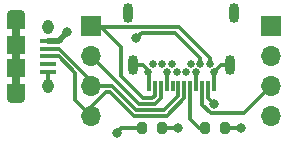
<source format=gbr>
%TF.GenerationSoftware,KiCad,Pcbnew,(6.0.0)*%
%TF.CreationDate,2022-07-25T11:20:30-04:00*%
%TF.ProjectId,dual_model_u,6475616c-5f6d-46f6-9465-6c5f752e6b69,rev?*%
%TF.SameCoordinates,Original*%
%TF.FileFunction,Copper,L1,Top*%
%TF.FilePolarity,Positive*%
%FSLAX46Y46*%
G04 Gerber Fmt 4.6, Leading zero omitted, Abs format (unit mm)*
G04 Created by KiCad (PCBNEW (6.0.0)) date 2022-07-25 11:20:30*
%MOMM*%
%LPD*%
G01*
G04 APERTURE LIST*
G04 Aperture macros list*
%AMRoundRect*
0 Rectangle with rounded corners*
0 $1 Rounding radius*
0 $2 $3 $4 $5 $6 $7 $8 $9 X,Y pos of 4 corners*
0 Add a 4 corners polygon primitive as box body*
4,1,4,$2,$3,$4,$5,$6,$7,$8,$9,$2,$3,0*
0 Add four circle primitives for the rounded corners*
1,1,$1+$1,$2,$3*
1,1,$1+$1,$4,$5*
1,1,$1+$1,$6,$7*
1,1,$1+$1,$8,$9*
0 Add four rect primitives between the rounded corners*
20,1,$1+$1,$2,$3,$4,$5,0*
20,1,$1+$1,$4,$5,$6,$7,0*
20,1,$1+$1,$6,$7,$8,$9,0*
20,1,$1+$1,$8,$9,$2,$3,0*%
G04 Aperture macros list end*
%TA.AperFunction,SMDPad,CuDef*%
%ADD10RoundRect,0.200000X-0.200000X-0.275000X0.200000X-0.275000X0.200000X0.275000X-0.200000X0.275000X0*%
%TD*%
%TA.AperFunction,SMDPad,CuDef*%
%ADD11R,0.300000X0.900000*%
%TD*%
%TA.AperFunction,ComponentPad*%
%ADD12C,0.640000*%
%TD*%
%TA.AperFunction,ComponentPad*%
%ADD13O,0.850000X1.700000*%
%TD*%
%TA.AperFunction,SMDPad,CuDef*%
%ADD14R,1.350000X0.400000*%
%TD*%
%TA.AperFunction,ComponentPad*%
%ADD15O,0.950000X1.250000*%
%TD*%
%TA.AperFunction,SMDPad,CuDef*%
%ADD16R,1.550000X1.500000*%
%TD*%
%TA.AperFunction,SMDPad,CuDef*%
%ADD17R,1.550000X1.200000*%
%TD*%
%TA.AperFunction,ComponentPad*%
%ADD18O,1.550000X0.890000*%
%TD*%
%TA.AperFunction,ComponentPad*%
%ADD19R,1.700000X1.700000*%
%TD*%
%TA.AperFunction,ComponentPad*%
%ADD20O,1.700000X1.700000*%
%TD*%
%TA.AperFunction,SMDPad,CuDef*%
%ADD21RoundRect,0.200000X0.200000X0.275000X-0.200000X0.275000X-0.200000X-0.275000X0.200000X-0.275000X0*%
%TD*%
%TA.AperFunction,ViaPad*%
%ADD22C,0.800000*%
%TD*%
%TA.AperFunction,Conductor*%
%ADD23C,0.300000*%
%TD*%
%TA.AperFunction,Conductor*%
%ADD24C,0.700000*%
%TD*%
%TA.AperFunction,Conductor*%
%ADD25C,0.500000*%
%TD*%
G04 APERTURE END LIST*
D10*
%TO.P,R1,1*%
%TO.N,Net-(J1-PadA5)*%
X162052000Y-115316000D03*
%TO.P,R1,2*%
%TO.N,GND*%
X163702000Y-115316000D03*
%TD*%
D11*
%TO.P,J1,A1,GND*%
%TO.N,GND*%
X162770245Y-111732847D03*
%TO.P,J1,A2,TX1+*%
%TO.N,+3V3*%
X162270245Y-111732847D03*
%TO.P,J1,A3,TX1-*%
%TO.N,TX-*%
X161770245Y-111732847D03*
%TO.P,J1,A4,VBUS*%
%TO.N,VBUS*%
X161270245Y-111732847D03*
%TO.P,J1,A5,CC1*%
%TO.N,Net-(J1-PadA5)*%
X160770245Y-111732847D03*
%TO.P,J1,A6,D+*%
%TO.N,D+*%
X160270245Y-111732847D03*
%TO.P,J1,A7,D-*%
%TO.N,D-*%
X159770245Y-111732847D03*
%TO.P,J1,A8,SBU1*%
%TO.N,unconnected-(J1-PadA8)*%
X159270245Y-111732847D03*
%TO.P,J1,A9,VBUS*%
%TO.N,VBUS*%
X158770245Y-111732847D03*
%TO.P,J1,A10,RX2-*%
%TO.N,RX-*%
X158270245Y-111732847D03*
%TO.P,J1,A11,RX2+*%
%TO.N,DATA*%
X157770245Y-111732847D03*
%TO.P,J1,A12,GND*%
%TO.N,GND*%
X157270245Y-111732847D03*
D12*
%TO.P,J1,B1,GND*%
X157220245Y-110522847D03*
%TO.P,J1,B2,TX2+*%
%TO.N,+3V3*%
X157620245Y-109822847D03*
%TO.P,J1,B3,TX2-*%
%TO.N,TX-*%
X158420245Y-109822847D03*
%TO.P,J1,B4,VBUS*%
%TO.N,VBUS*%
X158820245Y-110522847D03*
%TO.P,J1,B5,CC2*%
%TO.N,Net-(J1-PadB5)*%
X159220245Y-109822847D03*
%TO.P,J1,B6,D+*%
%TO.N,D+*%
X159620245Y-110522847D03*
%TO.P,J1,B7,D-*%
%TO.N,D-*%
X160420245Y-110522847D03*
%TO.P,J1,B8,SBU2*%
%TO.N,unconnected-(J1-PadB8)*%
X160820245Y-109822847D03*
%TO.P,J1,B9,VBUS*%
%TO.N,VBUS*%
X161220245Y-110522847D03*
%TO.P,J1,B10,RX1-*%
%TO.N,RX-*%
X161620245Y-109822847D03*
%TO.P,J1,B11,RX1+*%
%TO.N,DATA*%
X162420245Y-109822847D03*
%TO.P,J1,B12,GND*%
%TO.N,GND*%
X162820245Y-110522847D03*
D13*
%TO.P,J1,S1,SHIELD*%
X155900245Y-109932847D03*
X164140245Y-109932847D03*
X155540245Y-105532847D03*
X164510245Y-105532847D03*
%TD*%
D14*
%TO.P,J2,1,VBUS*%
%TO.N,VBUS*%
X148720000Y-107920000D03*
%TO.P,J2,2,D-*%
%TO.N,D-*%
X148720000Y-108570000D03*
%TO.P,J2,3,D+*%
%TO.N,D+*%
X148720000Y-109220000D03*
%TO.P,J2,4,ID*%
%TO.N,unconnected-(J2-Pad4)*%
X148720000Y-109870000D03*
%TO.P,J2,5,GND*%
%TO.N,GND*%
X148720000Y-110520000D03*
D15*
%TO.P,J2,6,Shield*%
X148720000Y-106720000D03*
D16*
X146020000Y-108220000D03*
D17*
X146020000Y-112120000D03*
D15*
X148720000Y-111720000D03*
D18*
X146020000Y-112720000D03*
D17*
X146020000Y-106320000D03*
D18*
X146020000Y-105720000D03*
D16*
X146020000Y-110220000D03*
%TD*%
D19*
%TO.P,J4,1,Pin_1*%
%TO.N,DATA*%
X152400000Y-106680000D03*
D20*
%TO.P,J4,2,Pin_2*%
%TO.N,RX-*%
X152400000Y-109220000D03*
%TO.P,J4,3,Pin_3*%
%TO.N,D-*%
X152400000Y-111760000D03*
%TO.P,J4,4,Pin_4*%
%TO.N,D+*%
X152400000Y-114300000D03*
%TD*%
D19*
%TO.P,J3,1,Pin_1*%
%TO.N,GND*%
X167640000Y-106680000D03*
D20*
%TO.P,J3,2,Pin_2*%
%TO.N,+3V3*%
X167640000Y-109220000D03*
%TO.P,J3,3,Pin_3*%
%TO.N,TX-*%
X167640000Y-111760000D03*
%TO.P,J3,4,Pin_4*%
%TO.N,VBUS*%
X167640000Y-114300000D03*
%TD*%
D21*
%TO.P,R2,1*%
%TO.N,GND*%
X158368000Y-115316000D03*
%TO.P,R2,2*%
%TO.N,Net-(J1-PadB5)*%
X156718000Y-115316000D03*
%TD*%
D22*
%TO.N,GND*%
X165100000Y-115316000D03*
X159766000Y-115316000D03*
%TO.N,VBUS*%
X150368000Y-107188000D03*
%TO.N,+3V3*%
X162814000Y-113284000D03*
%TO.N,RX-*%
X156210000Y-107696000D03*
%TO.N,Net-(J1-PadB5)*%
X154533600Y-115697000D03*
%TD*%
D23*
%TO.N,TX-*%
X165354000Y-114046000D02*
X167640000Y-111760000D01*
X161770000Y-113299970D02*
X162516030Y-114046000D01*
X161770000Y-111760000D02*
X161770000Y-113299970D01*
X162516030Y-114046000D02*
X165354000Y-114046000D01*
%TO.N,GND*%
X157270000Y-111760000D02*
X157270000Y-110600000D01*
X163410000Y-109960000D02*
X164140000Y-109960000D01*
X162770000Y-110600000D02*
X162820000Y-110550000D01*
X157270000Y-110446833D02*
X156783167Y-109960000D01*
D24*
X146020000Y-106320000D02*
X146020000Y-112120000D01*
D23*
X157270000Y-111760000D02*
X157270000Y-110446833D01*
X148720000Y-110520000D02*
X148720000Y-111720000D01*
X157270000Y-110600000D02*
X157220000Y-110550000D01*
X159512000Y-115316000D02*
X159766000Y-115316000D01*
X156783167Y-109960000D02*
X155900000Y-109960000D01*
X158368000Y-115316000D02*
X159512000Y-115316000D01*
X162770000Y-111760000D02*
X162770000Y-110600000D01*
X162820000Y-110550000D02*
X163410000Y-109960000D01*
X163702000Y-115316000D02*
X165100000Y-115316000D01*
D25*
%TO.N,VBUS*%
X149636000Y-107920000D02*
X150368000Y-107188000D01*
D23*
X158770000Y-111760000D02*
X158770000Y-110600000D01*
X158770000Y-110600000D02*
X158820000Y-110550000D01*
X161220000Y-110550000D02*
X161270000Y-110600000D01*
X161270000Y-110600000D02*
X161270000Y-111760000D01*
D25*
X148720000Y-107920000D02*
X149636000Y-107920000D01*
D23*
%TO.N,+3V3*%
X162270000Y-111760000D02*
X162270000Y-112740000D01*
X162270000Y-112740000D02*
X162814000Y-113284000D01*
%TO.N,Net-(J1-PadA5)*%
X160770000Y-111760000D02*
X160770000Y-114542000D01*
X161544000Y-115316000D02*
X162052000Y-115316000D01*
X160770000Y-114542000D02*
X161544000Y-115316000D01*
%TO.N,D+*%
X152400000Y-113538000D02*
X152400000Y-114300000D01*
X148720000Y-109220000D02*
X149638572Y-109220000D01*
X155986129Y-114274557D02*
X153971092Y-112259520D01*
X151019286Y-112919286D02*
X152400000Y-114300000D01*
X160270000Y-111760000D02*
X160270000Y-112765450D01*
X149638572Y-109220000D02*
X151019286Y-110600714D01*
X160270000Y-112765450D02*
X158760893Y-114274557D01*
X153678480Y-112259520D02*
X152400000Y-113538000D01*
X151019286Y-110600714D02*
X151019286Y-112919286D01*
X158760893Y-114274557D02*
X155986129Y-114274557D01*
X153971092Y-112259520D02*
X153678480Y-112259520D01*
%TO.N,D-*%
X148720000Y-108570000D02*
X149695000Y-108570000D01*
X156193038Y-113775038D02*
X154178000Y-111760000D01*
X149695000Y-108570000D02*
X152400000Y-111275000D01*
X158553984Y-113775038D02*
X156193038Y-113775038D01*
X154178000Y-111760000D02*
X152400000Y-111760000D01*
X159770000Y-112559022D02*
X158553984Y-113775038D01*
X152400000Y-111275000D02*
X152400000Y-111760000D01*
X159770000Y-111760000D02*
X159770000Y-112559022D01*
%TO.N,RX-*%
X157759931Y-113275519D02*
X156455519Y-113275519D01*
X161620000Y-109397452D02*
X159481588Y-107259040D01*
X156455519Y-113275519D02*
X152400000Y-109220000D01*
X161620000Y-109850000D02*
X161620000Y-109397452D01*
X156646960Y-107259040D02*
X156210000Y-107696000D01*
X158270000Y-111760000D02*
X158270000Y-112765450D01*
X159481588Y-107259040D02*
X156646960Y-107259040D01*
X158270000Y-112765450D02*
X157759931Y-113275519D01*
%TO.N,DATA*%
X156803694Y-112776000D02*
X154940000Y-110912306D01*
X154940000Y-108458000D02*
X153162000Y-106680000D01*
X159782068Y-106759520D02*
X152479520Y-106759520D01*
X154940000Y-110912306D02*
X154940000Y-108458000D01*
X153162000Y-106680000D02*
X152400000Y-106680000D01*
X162420000Y-109850000D02*
X162420000Y-109397452D01*
X152479520Y-106759520D02*
X152400000Y-106680000D01*
X157553022Y-112776000D02*
X156803694Y-112776000D01*
X162420000Y-109397452D02*
X159782068Y-106759520D01*
X157770000Y-112559022D02*
X157553022Y-112776000D01*
X157770000Y-111760000D02*
X157770000Y-112559022D01*
%TO.N,Net-(J1-PadB5)*%
X154533600Y-115697000D02*
X154914600Y-115316000D01*
X154914600Y-115316000D02*
X156718000Y-115316000D01*
%TD*%
M02*

</source>
